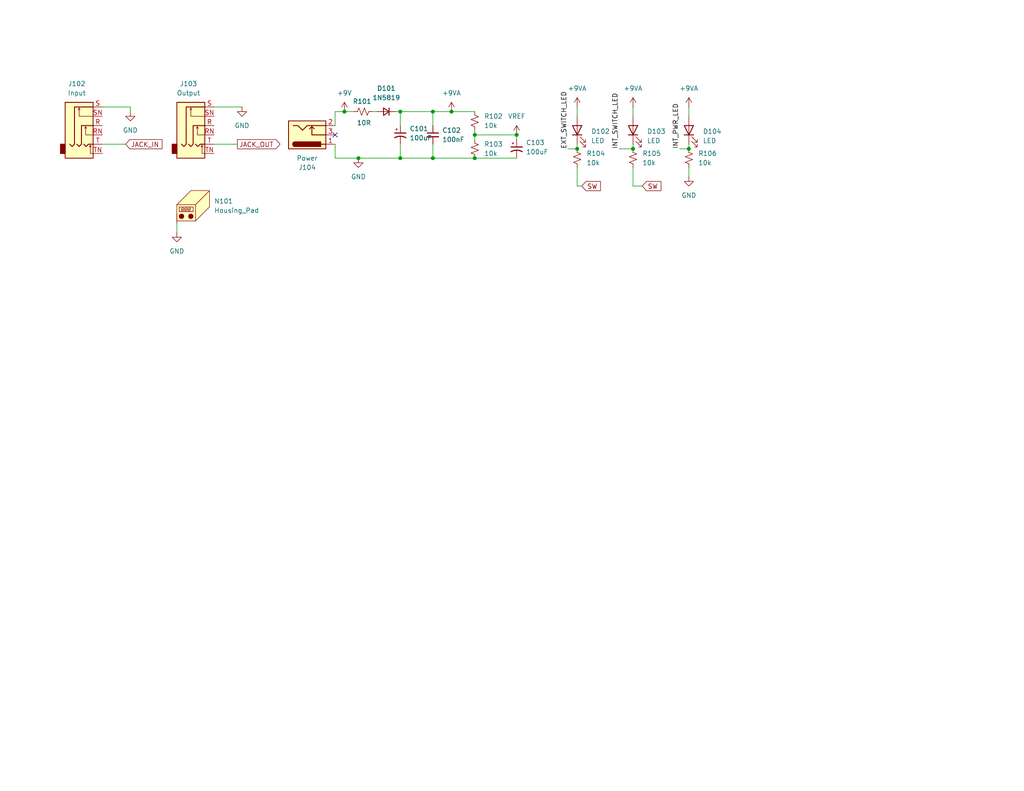
<source format=kicad_sch>
(kicad_sch (version 20250114) (generator "eeschema") (generator_version "9.0")
  (paper "USLetter")
  (lib_symbols
    (symbol "Connector:Barrel_Jack_Switch" (pin_names (hide yes))
      (property "Reference" "J" (at 0 5.334 0))
      (property "Value" "Barrel_Jack_Switch" (at 0 -5.08 0))
      (symbol "Barrel_Jack_Switch_0_1"
        (rectangle (start -5.08 3.81) (end 5.08 -3.81) (stroke (width 0.254)) (fill (type background)))
        (polyline (pts (xy -3.81 -2.54) (xy -2.54 -2.54) (xy -1.27 -1.27) (xy 0 -2.54) (xy 2.54 -2.54) (xy 5.08 -2.54)) (stroke (width 0.254)))
        (arc (start -3.302 1.905) (mid -3.9343 2.54) (end -3.302 3.175) (stroke (width 0.254)))
        (arc (start -3.302 1.905) (mid -3.9343 2.54) (end -3.302 3.175) (stroke (width 0.254)) (fill (type outline)))
        (polyline (pts (xy 1.27 -2.286) (xy 1.905 -1.651)) (stroke (width 0.254)))
        (rectangle (start 3.683 3.175) (end -3.302 1.905) (stroke (width 0.254)) (fill (type outline)))
        (polyline (pts (xy 5.08 2.54) (xy 3.81 2.54)) (stroke (width 0.254)))
        (polyline (pts (xy 5.08 0) (xy 1.27 0) (xy 1.27 -2.286) (xy 0.635 -1.651)) (stroke (width 0.254)))
      )
      (symbol "Barrel_Jack_Switch_1_1"
        (pin passive line (at 7.62 2.54 180) (length 2.54) (name "~") (number "1"))
        (pin passive line (at 7.62 0 180) (length 2.54) (name "~") (number "3"))
        (pin passive line (at 7.62 -2.54 180) (length 2.54) (name "~") (number "2"))
      )
    )
    (symbol "Connector_Audio:NMJ6HCD2"
      (property "Reference" "J" (at 0 11.43 0))
      (property "Value" "NMJ6HCD2" (at 0 8.89 0))
      (symbol "NMJ6HCD2_0_1"
        (rectangle (start -5.08 -5.08) (end -6.35 -7.62) (stroke (width 0.254)) (fill (type outline)))
        (polyline (pts (xy -1.905 -5.08) (xy -1.27 -5.715) (xy -0.635 -5.08) (xy -0.635 0) (xy 2.54 0)) (stroke (width 0.254)))
        (polyline (pts (xy -1.27 4.826) (xy -1.016 4.318)))
        (polyline (pts (xy 0 -5.08) (xy 0.635 -5.715) (xy 1.27 -5.08) (xy 2.54 -5.08)) (stroke (width 0.254)))
        (polyline (pts (xy 0.508 -0.254) (xy 0.762 -0.762)))
        (polyline (pts (xy 1.778 -5.334) (xy 2.032 -5.842)))
        (rectangle (start 2.54 6.35) (end -5.08 -8.89) (stroke (width 0.254)) (fill (type background)))
        (polyline (pts (xy 2.54 5.08) (xy -2.54 5.08) (xy -2.54 -5.08) (xy -3.175 -5.715) (xy -3.81 -5.08)) (stroke (width 0.254)))
        (polyline (pts (xy 2.54 2.54) (xy -1.27 2.54) (xy -1.27 4.826) (xy -1.524 4.318)))
        (polyline (pts (xy 2.54 -2.54) (xy 0.508 -2.54) (xy 0.508 -0.254) (xy 0.254 -0.762)))
        (polyline (pts (xy 2.54 -7.62) (xy 1.778 -7.62) (xy 1.778 -5.334) (xy 1.524 -5.842)))
      )
      (symbol "NMJ6HCD2_1_1"
        (pin passive line (at 5.08 5.08 180) (length 2.54) (name "~") (number "S"))
        (pin passive line (at 5.08 2.54 180) (length 2.54) (name "~") (number "SN"))
        (pin passive line (at 5.08 0 180) (length 2.54) (name "~") (number "R"))
        (pin passive line (at 5.08 -2.54 180) (length 2.54) (name "~") (number "RN"))
        (pin passive line (at 5.08 -5.08 180) (length 2.54) (name "~") (number "T"))
        (pin passive line (at 5.08 -7.62 180) (length 2.54) (name "~") (number "TN"))
      )
    )
    (symbol "Device:C_Polarized_Small_US" (pin_numbers (hide yes)) (pin_names (offset 0.254) (hide yes))
      (property "Reference" "C" (at 0.254 1.778 0))
      (property "Value" "C_Polarized_Small_US" (at 0.254 -2.032 0))
      (symbol "C_Polarized_Small_US_0_1"
        (polyline (pts (xy -1.524 0.508) (xy 1.524 0.508)) (stroke (width 0.3048)))
        (polyline (pts (xy -1.27 1.524) (xy -0.762 1.524)))
        (polyline (pts (xy -1.016 1.27) (xy -1.016 1.778)))
        (arc (start -1.524 -0.762) (mid 0 -0.3734) (end 1.524 -0.762) (stroke (width 0.3048)))
      )
      (symbol "C_Polarized_Small_US_1_1"
        (pin passive line (at 0 2.54 270) (length 2.032) (name "~") (number "1"))
        (pin passive line (at 0 -2.54 90) (length 2.032) (name "~") (number "2"))
      )
    )
    (symbol "Device:C_Small" (pin_numbers (hide yes)) (pin_names (offset 0.254) (hide yes))
      (property "Reference" "C" (at 0.254 1.778 0))
      (property "Value" "C_Small" (at 0.254 -2.032 0))
      (symbol "C_Small_0_1"
        (polyline (pts (xy -1.524 0.508) (xy 1.524 0.508)) (stroke (width 0.3048)))
        (polyline (pts (xy -1.524 -0.508) (xy 1.524 -0.508)) (stroke (width 0.3302)))
      )
      (symbol "C_Small_1_1"
        (pin passive line (at 0 2.54 270) (length 2.032) (name "~") (number "1"))
        (pin passive line (at 0 -2.54 90) (length 2.032) (name "~") (number "2"))
      )
    )
    (symbol "Device:D_Small" (pin_numbers (hide yes)) (pin_names (offset 0.254) (hide yes))
      (property "Reference" "D" (at -1.27 2.032 0))
      (property "Value" "D_Small" (at -3.81 -2.032 0))
      (symbol "D_Small_0_1"
        (polyline (pts (xy -0.762 0) (xy 0.762 0)))
        (polyline (pts (xy -0.762 -1.016) (xy -0.762 1.016)) (stroke (width 0.254)))
        (polyline (pts (xy 0.762 -1.016) (xy -0.762 0) (xy 0.762 1.016) (xy 0.762 -1.016)) (stroke (width 0.254)))
      )
      (symbol "D_Small_1_1"
        (pin passive line (at -2.54 0 0) (length 1.778) (name "K") (number "1"))
        (pin passive line (at 2.54 0 180) (length 1.778) (name "A") (number "2"))
      )
    )
    (symbol "Device:LED" (pin_numbers (hide yes)) (pin_names (offset 1.016) (hide yes))
      (property "Reference" "D" (at 0 2.54 0))
      (property "Value" "LED" (at 0 -2.54 0))
      (symbol "LED_0_1"
        (polyline (pts (xy -3.048 -0.762) (xy -4.572 -2.286) (xy -3.81 -2.286) (xy -4.572 -2.286) (xy -4.572 -1.524)))
        (polyline (pts (xy -1.778 -0.762) (xy -3.302 -2.286) (xy -2.54 -2.286) (xy -3.302 -2.286) (xy -3.302 -1.524)))
        (polyline (pts (xy -1.27 0) (xy 1.27 0)))
        (polyline (pts (xy -1.27 -1.27) (xy -1.27 1.27)) (stroke (width 0.254)))
        (polyline (pts (xy 1.27 -1.27) (xy 1.27 1.27) (xy -1.27 0) (xy 1.27 -1.27)) (stroke (width 0.254)))
      )
      (symbol "LED_1_1"
        (pin passive line (at -3.81 0 0) (length 2.54) (name "K") (number "1"))
        (pin passive line (at 3.81 0 180) (length 2.54) (name "A") (number "2"))
      )
    )
    (symbol "Device:R_Small_US" (pin_numbers (hide yes)) (pin_names (offset 0.254) (hide yes))
      (property "Reference" "R" (at 0.762 0.508 0))
      (property "Value" "R_Small_US" (at 0.762 -1.016 0))
      (symbol "R_Small_US_1_1"
        (polyline (pts (xy 0 1.524) (xy 1.016 1.143) (xy 0 0.762) (xy -1.016 0.381) (xy 0 0)))
        (polyline (pts (xy 0 0) (xy 1.016 -0.381) (xy 0 -0.762) (xy -1.016 -1.143) (xy 0 -1.524)))
        (pin passive line (at 0 2.54 270) (length 1.016) (name "~") (number "1"))
        (pin passive line (at 0 -2.54 90) (length 1.016) (name "~") (number "2"))
      )
    )
    (symbol "Mechanical:Housing_Pad" (pin_numbers (hide yes)) (pin_names (offset 1.016) (hide yes))
      (property "Reference" "N" (at 4.445 0 0))
      (property "Value" "Housing_Pad" (at 4.445 -1.905 0))
      (symbol "Housing_Pad_0_1"
        (polyline (pts (xy -5.08 0) (xy 0 0) (xy 3.81 3.81)))
        (polyline (pts (xy -5.08 0) (xy -5.08 -4.445) (xy 0 -4.445) (xy 3.81 -0.635) (xy 3.81 3.81) (xy -1.27 3.81) (xy -5.08 0)) (fill (type background)))
        (rectangle (start -4.445 -0.635) (end -0.635 -1.905))
        (polyline (pts (xy -3.8862 -1.5748) (xy -3.8354 -1.3716)))
        (circle (center -3.81 -3.175) (radius 0.635) (fill (type outline)))
        (polyline (pts (xy -3.7846 -1.2192) (xy -3.7338 -0.9652)))
        (polyline (pts (xy -3.7846 -1.6764) (xy -3.429 -1.6764)))
        (polyline (pts (xy -3.683 -1.3208) (xy -3.3782 -1.3208)))
        (polyline (pts (xy -3.5814 -0.9144) (xy -3.2766 -0.9144)))
        (polyline (pts (xy -3.2766 -1.6256) (xy -3.2258 -1.3716)))
        (polyline (pts (xy -3.175 -1.2192) (xy -3.1242 -0.9652)))
        (polyline (pts (xy -2.9718 -1.5748) (xy -2.921 -1.3716)))
        (polyline (pts (xy -2.8702 -1.2192) (xy -2.8194 -0.9652)))
        (polyline (pts (xy -2.8702 -1.6764) (xy -2.5146 -1.6764)))
        (polyline (pts (xy -2.7686 -1.3208) (xy -2.4638 -1.3208)))
        (polyline (pts (xy -2.667 -0.9144) (xy -2.3622 -0.9144)))
        (polyline (pts (xy -2.3622 -1.6256) (xy -2.3114 -1.3716)))
        (polyline (pts (xy -2.2606 -1.2192) (xy -2.2098 -0.9652)))
        (polyline (pts (xy -2.0574 -1.5748) (xy -2.0066 -1.3716)))
        (polyline (pts (xy -1.9558 -1.2192) (xy -1.905 -0.9652)))
        (polyline (pts (xy -1.9558 -1.6764) (xy -1.6002 -1.6764)))
        (polyline (pts (xy -1.8542 -1.3208) (xy -1.5494 -1.3208)))
        (polyline (pts (xy -1.7526 -0.9144) (xy -1.4478 -0.9144)))
        (polyline (pts (xy -1.4478 -1.6256) (xy -1.397 -1.3716)))
        (polyline (pts (xy -1.3462 -1.2192) (xy -1.2954 -0.9652)))
        (circle (center -1.27 -3.175) (radius 0.635) (fill (type outline)))
        (polyline (pts (xy 0 0) (xy 0 -4.445)))
      )
      (symbol "Housing_Pad_1_1"
        (pin input line (at -5.08 -5.08 90) (length 2.54) (name "PAD") (number "1"))
      )
    )
    (symbol "power:+9V" (power) (pin_numbers (hide yes)) (pin_names (offset 0) (hide yes))
      (property "Value" "+9V" (at 0 3.556 0))
      (symbol "+9V_0_1"
        (polyline (pts (xy -0.762 1.27) (xy 0 2.54)))
        (polyline (pts (xy 0 2.54) (xy 0.762 1.27)))
        (polyline (pts (xy 0 0) (xy 0 2.54)))
      )
      (symbol "+9V_1_1"
        (pin power_in line (at 0 0 90) (length 0) (name "~") (number "1"))
      )
    )
    (symbol "power:+9VA" (power) (pin_numbers (hide yes)) (pin_names (offset 0) (hide yes))
      (property "Value" "+9VA" (at 0 3.556 0))
      (symbol "+9VA_0_1"
        (polyline (pts (xy -0.762 1.27) (xy 0 2.54)))
        (polyline (pts (xy 0 2.54) (xy 0.762 1.27)))
        (polyline (pts (xy 0 0) (xy 0 2.54)))
      )
      (symbol "+9VA_1_1"
        (pin power_in line (at 0 0 90) (length 0) (name "~") (number "1"))
      )
    )
    (symbol "power:GND" (power) (pin_numbers (hide yes)) (pin_names (offset 0) (hide yes))
      (property "Value" "GND" (at 0 -3.81 0))
      (symbol "GND_0_1"
        (polyline (pts (xy 0 0) (xy 0 -1.27) (xy 1.27 -1.27) (xy 0 -2.54) (xy -1.27 -1.27) (xy 0 -1.27)))
      )
      (symbol "GND_1_1"
        (pin power_in line (at 0 0 270) (length 0) (name "~") (number "1"))
      )
    )
    (symbol "power:VCC" (power) (pin_numbers (hide yes)) (pin_names (offset 0) (hide yes))
      (property "Value" "VCC" (at 0 3.556 0))
      (symbol "VCC_0_1"
        (polyline (pts (xy -0.762 1.27) (xy 0 2.54)))
        (polyline (pts (xy 0 2.54) (xy 0.762 1.27)))
        (polyline (pts (xy 0 0) (xy 0 2.54)))
      )
      (symbol "VCC_1_1"
        (pin power_in line (at 0 0 90) (length 0) (name "~") (number "1"))
      )
    )
  )
  (junction (at 109.22 30.48))
  (junction (at 172.72 40.64))
  (junction (at 123.19 30.48))
  (junction (at 157.48 40.64))
  (junction (at 97.79 43.18))
  (junction (at 118.11 43.18))
  (junction (at 187.96 40.64))
  (junction (at 140.97 36.83))
  (junction (at 129.54 43.18))
  (junction (at 93.98 30.48))
  (junction (at 109.22 43.18))
  (junction (at 129.54 36.83))
  (junction (at 118.11 30.48))
  (no_connect (at 91.44 36.83))
  (wire (pts (xy 91.44 39.37) (xy 91.44 43.18)))
  (wire (pts (xy 91.44 43.18) (xy 97.79 43.18)))
  (wire (pts (xy 157.48 45.72) (xy 157.48 50.8)))
  (wire (pts (xy 187.96 45.72) (xy 187.96 48.26)))
  (wire (pts (xy 27.94 39.37) (xy 34.29 39.37)))
  (wire (pts (xy 123.19 30.48) (xy 129.54 30.48)))
  (wire (pts (xy 107.95 30.48) (xy 109.22 30.48)))
  (wire (pts (xy 172.72 45.72) (xy 172.72 50.8)))
  (wire (pts (xy 93.98 30.48) (xy 96.52 30.48)))
  (wire (pts (xy 118.11 39.37) (xy 118.11 43.18)))
  (wire (pts (xy 93.98 30.48) (xy 91.44 30.48)))
  (wire (pts (xy 172.72 39.37) (xy 172.72 40.64)))
  (wire (pts (xy 118.11 30.48) (xy 118.11 34.29)))
  (wire (pts (xy 58.42 29.21) (xy 66.04 29.21)))
  (wire (pts (xy 172.72 29.21) (xy 172.72 31.75)))
  (wire (pts (xy 109.22 30.48) (xy 118.11 30.48)))
  (wire (pts (xy 129.54 36.83) (xy 129.54 38.1)))
  (wire (pts (xy 35.56 30.48) (xy 35.56 29.21)))
  (wire (pts (xy 187.96 39.37) (xy 187.96 40.64)))
  (wire (pts (xy 97.79 43.18) (xy 109.22 43.18)))
  (wire (pts (xy 172.72 50.8) (xy 175.26 50.8)))
  (wire (pts (xy 168.91 40.64) (xy 172.72 40.64)))
  (wire (pts (xy 185.42 40.64) (xy 187.96 40.64)))
  (wire (pts (xy 140.97 36.83) (xy 129.54 36.83)))
  (wire (pts (xy 118.11 30.48) (xy 123.19 30.48)))
  (wire (pts (xy 91.44 30.48) (xy 91.44 34.29)))
  (wire (pts (xy 140.97 38.1) (xy 140.97 36.83)))
  (wire (pts (xy 118.11 43.18) (xy 109.22 43.18)))
  (wire (pts (xy 129.54 43.18) (xy 140.97 43.18)))
  (wire (pts (xy 157.48 29.21) (xy 157.48 31.75)))
  (wire (pts (xy 129.54 35.56) (xy 129.54 36.83)))
  (wire (pts (xy 109.22 30.48) (xy 109.22 34.29)))
  (wire (pts (xy 109.22 43.18) (xy 109.22 39.37)))
  (wire (pts (xy 157.48 50.8) (xy 158.75 50.8)))
  (wire (pts (xy 35.56 29.21) (xy 27.94 29.21)))
  (wire (pts (xy 48.26 60.96) (xy 48.26 63.5)))
  (wire (pts (xy 157.48 39.37) (xy 157.48 40.64)))
  (wire (pts (xy 58.42 39.37) (xy 64.77 39.37)))
  (wire (pts (xy 101.6 30.48) (xy 102.87 30.48)))
  (wire (pts (xy 154.94 40.64) (xy 157.48 40.64)))
  (wire (pts (xy 118.11 43.18) (xy 129.54 43.18)))
  (wire (pts (xy 187.96 29.21) (xy 187.96 31.75)))
  (label "INT_PWR_LED" (at 185.42 40.64 90))
  (label "INT_SWITCH_LED" (at 168.91 40.64 90))
  (label "EXT_SWITCH_LED" (at 154.94 40.64 90))
  (global_label "JACK_IN" (shape input) (at 34.29 39.37 0) (property "Intersheetrefs" "${INTERSHEET_REFS}" (effects (hide yes))))
  (global_label "JACK_OUT" (shape output) (at 64.77 39.37 0) (property "Intersheetrefs" "${INTERSHEET_REFS}" (effects (hide yes))))
  (global_label "SW" (shape input) (at 158.75 50.8 0) (property "Intersheetrefs" "${INTERSHEET_REFS}" (effects (hide yes))))
  (global_label "SW" (shape input) (at 175.26 50.8 0) (property "Intersheetrefs" "${INTERSHEET_REFS}" (effects (hide yes))))
  (symbol (lib_id "power:+9VA") (at 157.48 29.21 0) (unit 1)
    (property "Reference" "#PWR0105" (effects (hide yes)))
    (property "Value" "+9VA" (at 157.48 24.13 0))
    (property "Description" "Power symbol creates a global label with name \"+9VA\"" (effects (hide yes)))
  )
  (symbol (lib_id "power:GND") (at 187.96 48.26 0) (unit 1)
    (property "Reference" "#PWR0113" (effects (hide yes)))
    (property "Value" "GND" (at 187.96 53.34 0))
    (property "Description" "Power symbol creates a global label with name \"GND\" , ground" (effects (hide yes)))
  )
  (symbol (lib_id "Device:LED") (at 157.48 35.56 90) (unit 1)
    (property "Reference" "D102" (at 161.29 35.8774 90) (effects (justify right)))
    (property "Value" "LED" (at 161.29 38.4174 90) (effects (justify right)))
    (property "Footprint" "LED_THT:LED_D5.0mm" (effects (hide yes)))
    (property "Description" "Light emitting diode" (effects (hide yes)))
    (property "Sim.Pins" "1=K 2=A" (effects (hide yes)))
  )
  (symbol (lib_id "Mechanical:Housing_Pad") (at 53.34 55.88 0) (unit 1)
    (property "Reference" "N101" (at 58.42 54.9274 0) (effects (justify left)))
    (property "Value" "Housing_Pad" (at 58.42 57.4674 0) (effects (justify left)))
    (property "Footprint" "Battery:BatteryHolder_Keystone_590" (effects (hide yes)))
    (property "Description" "Housing with connection pin" (effects (hide yes)))
  )
  (symbol (lib_id "power:GND") (at 97.79 43.18 0) (unit 1)
    (property "Reference" "#PWR0112" (effects (hide yes)))
    (property "Value" "GND" (at 97.79 48.26 0))
    (property "Description" "Power symbol creates a global label with name \"GND\" , ground" (effects (hide yes)))
  )
  (symbol (lib_id "power:+9VA") (at 123.19 30.48 0) (unit 1)
    (property "Reference" "#PWR0110" (effects (hide yes)))
    (property "Value" "+9VA" (at 123.19 25.4 0))
    (property "Description" "Power symbol creates a global label with name \"+9VA\"" (effects (hide yes)))
  )
  (symbol (lib_id "power:GND") (at 35.56 30.48 0) (unit 1)
    (property "Reference" "#PWR0108" (effects (hide yes)))
    (property "Value" "GND" (at 35.56 35.56 0))
    (property "Description" "Power symbol creates a global label with name \"GND\" , ground" (effects (hide yes)))
  )
  (symbol (lib_id "Device:D_Small") (at 105.41 30.48 180) (unit 1)
    (property "Reference" "D101" (at 105.41 24.13 0))
    (property "Value" "1N5819" (at 105.41 26.67 0))
    (property "Footprint" "Diode_SMD:D_SOD-323" (effects (hide yes)))
    (property "Sim.Device" "D" (effects (hide yes)))
    (property "Sim.Pins" "1=K 2=A" (effects (hide yes)))
    (property "LCSC" "C191023" (effects (hide yes)))
  )
  (symbol (lib_id "Device:C_Small") (at 118.11 36.83 0) (unit 1)
    (property "Reference" "C102" (at 120.65 35.5662 0) (effects (justify left)))
    (property "Value" "100nF" (at 120.65 38.1062 0) (effects (justify left)))
    (property "Footprint" "Capacitor_SMD:C_0603_1608Metric" (effects (hide yes)))
    (property "Description" "Unpolarized capacitor, small symbol - X7R MLCC" (effects (hide yes)))
    (property "LCSC" "C14663" (effects (hide yes)))
  )
  (symbol (lib_id "power:GND") (at 66.04 29.21 0) (unit 1)
    (property "Reference" "#PWR0104" (effects (hide yes)))
    (property "Value" "GND" (at 66.04 34.29 0))
    (property "Description" "Power symbol creates a global label with name \"GND\" , ground" (effects (hide yes)))
  )
  (symbol (lib_id "power:+9VA") (at 172.72 29.21 0) (unit 1)
    (property "Reference" "#PWR0106" (effects (hide yes)))
    (property "Value" "+9VA" (at 172.72 24.13 0))
    (property "Description" "Power symbol creates a global label with name \"+9VA\"" (effects (hide yes)))
  )
  (symbol (lib_id "Device:R_Small_US") (at 157.48 43.18 0) (unit 1)
    (property "Reference" "R104" (at 160.02 41.9099 0) (effects (justify left)))
    (property "Value" "10k" (at 160.02 44.4499 0) (effects (justify left)))
    (property "Footprint" "Resistor_SMD:R_0603_1608Metric" (effects (hide yes)))
    (property "Description" "Resistor, small US symbol" (effects (hide yes)))
  )
  (symbol (lib_id "power:GND") (at 48.26 63.5 0) (unit 1)
    (property "Reference" "#PWR0114" (effects (hide yes)))
    (property "Value" "GND" (at 48.26 68.58 0))
    (property "Description" "Power symbol creates a global label with name \"GND\" , ground" (effects (hide yes)))
  )
  (symbol (lib_id "Device:C_Polarized_Small_US") (at 140.97 40.64 0) (unit 1)
    (property "Reference" "C103" (at 143.51 38.9381 0) (effects (justify left)))
    (property "Value" "100uF" (at 143.51 41.4781 0) (effects (justify left)))
    (property "Footprint" "Capacitor_SMD:CP_Elec_6.3x9.9" (effects (hide yes)))
    (property "Description" "Polarized capacitor, small US symbol" (effects (hide yes)))
    (property "LCSC" "C88744" (effects (hide yes)))
  )
  (symbol (lib_id "Device:LED") (at 187.96 35.56 90) (unit 1)
    (property "Reference" "D104" (at 191.77 35.8774 90) (effects (justify right)))
    (property "Value" "LED" (at 191.77 38.4174 90) (effects (justify right)))
    (property "Footprint" "LED_SMD:LED_0805_2012Metric" (effects (hide yes)))
    (property "Description" "Light emitting diode" (effects (hide yes)))
    (property "Sim.Pins" "1=K 2=A" (effects (hide yes)))
    (property "Control" "PWR" (effects (hide yes)))
  )
  (symbol (lib_id "Device:LED") (at 172.72 35.56 90) (unit 1)
    (property "Reference" "D103" (at 176.53 35.8774 90) (effects (justify right)))
    (property "Value" "LED" (at 176.53 38.4174 90) (effects (justify right)))
    (property "Footprint" "LED_SMD:LED_0805_2012Metric" (effects (hide yes)))
    (property "Description" "Light emitting diode" (effects (hide yes)))
    (property "Sim.Pins" "1=K 2=A" (effects (hide yes)))
    (property "Control" "INPUT" (effects (hide yes)))
  )
  (symbol (lib_id "Device:R_Small_US") (at 187.96 43.18 0) (unit 1)
    (property "Reference" "R106" (at 190.5 41.9099 0) (effects (justify left)))
    (property "Value" "10k" (at 190.5 44.4499 0) (effects (justify left)))
    (property "Footprint" "Resistor_SMD:R_0603_1608Metric" (effects (hide yes)))
    (property "Description" "Resistor, small US symbol" (effects (hide yes)))
  )
  (symbol (lib_id "Device:C_Polarized_Small_US") (at 109.22 36.83 0) (unit 1)
    (property "Reference" "C101" (at 111.76 35.1281 0) (effects (justify left)))
    (property "Value" "100uF" (at 111.76 37.6681 0) (effects (justify left)))
    (property "Footprint" "Capacitor_SMD:CP_Elec_6.3x5.9" (effects (hide yes)))
    (property "Description" "Polarized capacitor, small US symbol" (effects (hide yes)))
    (property "LCSC" "C88744" (effects (hide yes)))
  )
  (symbol (lib_id "power:+9VA") (at 187.96 29.21 0) (unit 1)
    (property "Reference" "#PWR0107" (effects (hide yes)))
    (property "Value" "+9VA" (at 187.96 24.13 0))
    (property "Description" "Power symbol creates a global label with name \"+9VA\"" (effects (hide yes)))
  )
  (symbol (lib_id "Device:R_Small_US") (at 129.54 33.02 0) (unit 1)
    (property "Reference" "R102" (at 132.08 31.7499 0) (effects (justify left)))
    (property "Value" "10k" (at 132.08 34.2899 0) (effects (justify left)))
    (property "Footprint" "Resistor_SMD:R_0603_1608Metric" (effects (hide yes)))
    (property "Description" "Resistor, small US symbol" (effects (hide yes)))
    (property "LCSC" "C25804" (effects (hide yes)))
  )
  (symbol (lib_id "Connector_Audio:NMJ6HCD2") (at 53.34 34.29 0) (unit 1)
    (property "Reference" "J103" (at 51.435 22.86 0))
    (property "Value" "Output" (at 51.435 25.4 0))
    (property "Footprint" "Effects_Footprints:Neutrik_NMJ6HCD2" (effects (hide yes)))
    (property "Control" "OUTPUT" (effects (hide yes)))
  )
  (symbol (lib_id "Connector:Barrel_Jack_Switch") (at 83.82 36.83 0) (mirror x) (unit 1)
    (property "Reference" "J104" (at 83.82 45.72 0))
    (property "Value" "Power" (at 83.82 43.18 0))
    (property "Footprint" "Connector_BarrelJack:BarrelJack_Wuerth_6941xx301002" (effects (hide yes)))
    (property "Control" "PWR" (effects (hide yes)))
  )
  (symbol (lib_id "Device:R_Small_US") (at 99.06 30.48 270) (unit 1)
    (property "Reference" "R101" (at 98.806 27.686 90))
    (property "Value" "10R" (at 99.314 33.528 90))
    (property "Footprint" "Resistor_SMD:R_0603_1608Metric" (effects (hide yes)))
    (property "Description" "Resistor, small US symbol" (effects (hide yes)))
  )
  (symbol (lib_id "Connector_Audio:NMJ6HCD2") (at 22.86 34.29 0) (unit 1)
    (property "Reference" "J102" (at 20.955 22.86 0))
    (property "Value" "Input" (at 20.955 25.4 0))
    (property "Footprint" "Effects_Footprints:Neutrik_NMJ6HCD2" (effects (hide yes)))
    (property "Control" "INPUT" (effects (hide yes)))
  )
  (symbol (lib_id "Device:R_Small_US") (at 129.54 40.64 0) (unit 1)
    (property "Reference" "R103" (at 132.08 39.3699 0) (effects (justify left)))
    (property "Value" "10k" (at 132.08 41.9099 0) (effects (justify left)))
    (property "Footprint" "Resistor_SMD:R_0603_1608Metric" (effects (hide yes)))
    (property "Description" "Resistor, small US symbol" (effects (hide yes)))
    (property "LCSC" "C25804" (effects (hide yes)))
  )
  (symbol (lib_id "power:+9V") (at 93.98 30.48 0) (unit 1)
    (property "Reference" "#PWR0109" (effects (hide yes)))
    (property "Value" "+9V" (at 93.98 25.4 0))
    (property "Description" "Power symbol creates a global label with name \"+9V\"" (effects (hide yes)))
  )
  (symbol (lib_id "power:VCC") (at 140.97 36.83 0) (unit 1)
    (property "Reference" "#PWR0111" (effects (hide yes)))
    (property "Value" "VREF" (at 140.97 31.75 0))
    (property "Description" "Power symbol creates a global label with name \"VCC\"" (effects (hide yes)))
  )
  (symbol (lib_id "Device:R_Small_US") (at 172.72 43.18 0) (unit 1)
    (property "Reference" "R105" (at 175.26 41.9099 0) (effects (justify left)))
    (property "Value" "10k" (at 175.26 44.4499 0) (effects (justify left)))
    (property "Footprint" "Resistor_SMD:R_0603_1608Metric" (effects (hide yes)))
    (property "Description" "Resistor, small US symbol" (effects (hide yes)))
  )
)
</source>
